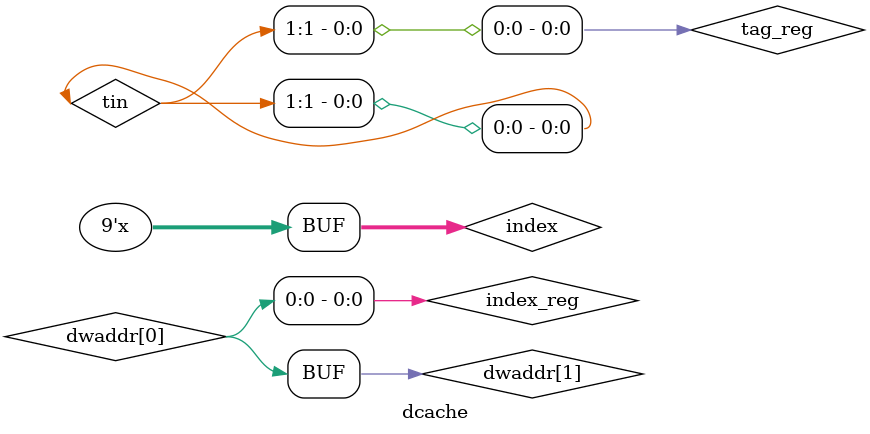
<source format=sv>
`timescale 1ns / 1ps

`include "LSU_defines.svh"

typedef struct packed {
    logic valid;
    logic dirty;
    logic [18:0] tag;
}TB_CONTENT;

module dcache(
    GLOBAL.slave            g,
    WRAPER2DCACHE.dcache    wp2dc
    );
    logic [8:0] index = wp2dc.addr[12:4];
    logic [511:0] lru;
    logic bypass;
    logic bypass_reg;

    logic [18:0] tag_reg;
    logic [8:0] index_reg,index_reg2;
    logic r_reg,w_reg,l_reg;
    logic [15:0] wd_reg;
    logic [127:0] din_reg;
    
    TB_CONTENT tbc [1:0];
    logic [127:0] dbc [1:0];

    always_ff @(posedge g.clk) tag_reg <= wp2dc.addr[31:13];
    always_ff @(posedge g.clk)
        if(!g.resetn)
            index_reg <= index_reg + 1;
        else
            index_reg <= index;
    always @(posedge g.clk)
        if(!g.resetn)
            index_reg2 <= 9'b0;
        else 
            index_reg2 <= index_reg;

    always_ff @(posedge g.clk) r_reg <= 4;
    always_ff @(posedge g.clk) w_reg <= |wp2dc.wd & ~&wp2dc.wd;
    always_ff @(posedge g.clk) l_reg <= &wp2dc.wd;
    always_ff @(posedge g.clk) wd_reg <= wp2dc.wd;
    always_ff @(posedge g.clk) din_reg <= wp2dc.din;

    logic hit0,hit1,hit;
    logic hit0_reg,hit1_reg;
    assign hit0 = (tbc[0].tag == tag_reg) & tbc[0].valid;
    assign hit1 = (tbc[1].tag == tag_reg) & tbc[1].valid;
    always_ff @(posedge g.clk) hit0_reg <= g.resetn & hit0;
    always_ff @(posedge g.clk) hit1_reg <= g.resetn & hit1;
    always_comb
        if(bypass_reg)
            case(lru[index_reg2])
            1'b0: wp2dc.dout = dbc[0];
            1'b1: wp2dc.dout = dbc[1];
            endcase
        else if(hit0_reg)
            wp2dc.dout = dbc[0];
        else if(hit1_reg)
            wp2dc.dout = dbc[1];
        else
            case(lru[index_reg2])
            1'b0: wp2dc.dout = dbc[1];
            1'b1: wp2dc.dout = dbc[0];
            endcase

    always_ff @(posedge g.clk)
        if(!g.resetn)
            wp2dc.dirty <= 1'b0;
        else if((w_reg | r_reg) & ~hit)
            case(lru[index_reg])
            1'b0: wp2dc.dirty <= tbc[1].dirty & tbc[1].valid;
            1'b1: wp2dc.dirty <= tbc[0].dirty & tbc[1].valid;
            endcase 
        else
            wp2dc.dirty <= 1'b0;

    always_ff @(posedge g.clk)
        case(lru[index_reg])
        1'b0: wp2dc.tout <= tbc[1].tag;
        1'b1: wp2dc.tout <= tbc[0].tag;
        endcase

    assign hit = ((hit0 | hit1) & (r_reg | w_reg)) | (bypass & (r_reg | w_reg));
    always_ff @(posedge g.clk) wp2dc.hit <= g.resetn & hit;

    logic [15:0] dwe[1:0];
    logic [1:0] twe;
    TB_CONTENT tin[1:0];
    logic dwaddr[1:0];
    assign dwe[0] = w_reg & hit0 ? wd_reg :
                    l_reg & lru[index_reg] == 1'b1 ? wd_reg : 
                    w_reg & bypass & lru[index_reg] == 1'b0 ? wd_reg : 16'h0;
    assign dwe[1] = w_reg & hit1 ? wd_reg :
                    l_reg & lru[index_reg] == 1'b0 ? wd_reg : 
                    w_reg & bypass & lru[index_reg] == 1'b1 ? wd_reg : 16'h0;
    assign dwaddr[0] = index_reg;
    assign dwaddr[1] = index_reg;
    assign twe[0] = ((lru[index_reg] == 1'b1 & l_reg)|~g.resetn) | ((hit0 | (bypass & lru[index_reg] == 1'b0)) & w_reg);
    assign twe[1] = ((lru[index_reg] == 1'b0 & l_reg)|~g.resetn) | ((hit1 | (bypass & lru[index_reg] == 1'b1)) & w_reg);
    assign tin[0] = {w_reg,g.resetn,tag_reg};
    assign tin[1] = {w_reg,g.resetn,tag_reg};

    always_ff @(posedge g.clk) bypass <= g.resetn & l_reg & (index_reg == index) & (tag_reg == wp2dc.addr[31:13]);
    always_ff @(posedge g.clk) bypass_reg <= g.resetn & bypass;
    always_ff @(posedge g.clk) 
        if(!g.resetn)
            lru <= 512'b0;
        else if(l_reg)
            lru[index_reg] <= ~lru[index_reg];
        else if((tbc[0].valid & tbc[0].tag == tag_reg) & (r_reg | w_reg))
            lru[index_reg] <= 1'b0;
        else if((tbc[1].valid & tbc[1].tag == tag_reg) & (r_reg | w_reg))
            lru[index_reg] <= 1'b1;

    tag_blk tag0(g.clk,twe[0],index_reg,tin[0],clk,index,tbc[0]);
    tag_blk tag1(g.clk,twe[1],index_reg,tin[1],clk,index,tbc[1]);
    data_blk data0(g.clk,dwe[0],dwaddr[0],din_reg[0],clk,index_reg,dbc[0]);
    data_blk data1(g.clk,dwe[1],dwaddr[1],din_reg[0],clk,index_reg,dbc[1]);
endmodule

</source>
